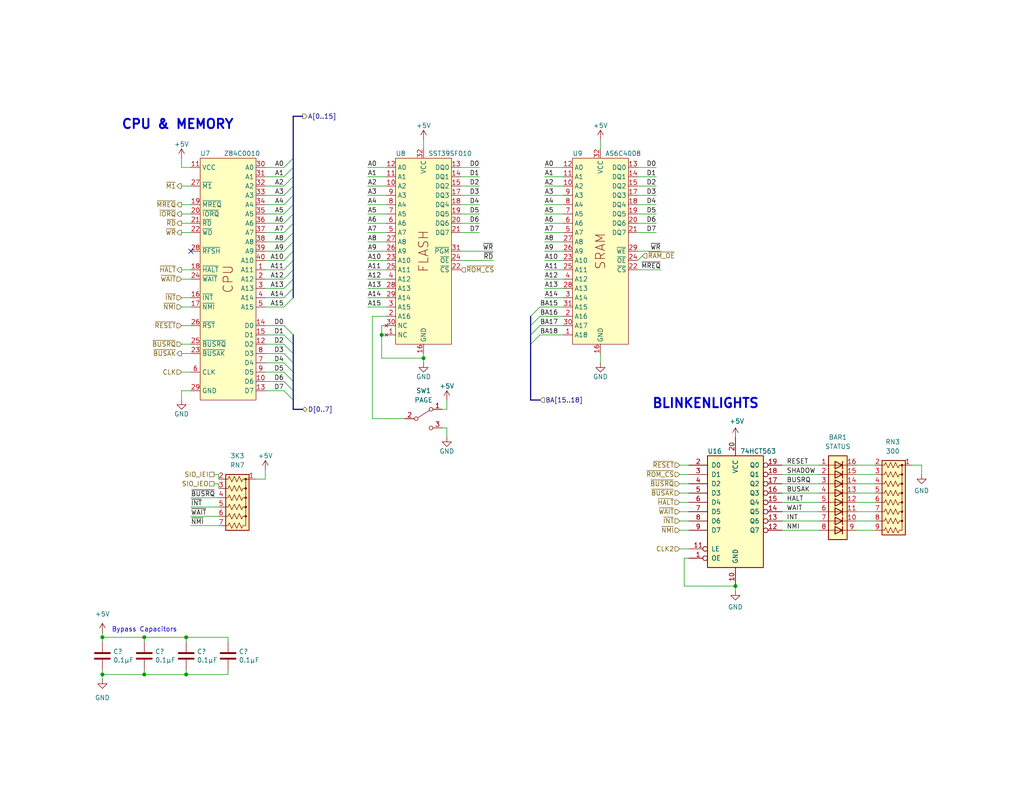
<source format=kicad_sch>
(kicad_sch (version 20230121) (generator eeschema)
  (paper "USLetter")
  (title_block (rev "1") (company "Frédéric Segard") (comment 1 "@microhobbyist") (comment 4 "A big thank you to John Winans for his inspiration, as well as Grant Searle"))
  (lib_symbols
    (symbol "+5V_1" (power) (pin_names (offset 0))
      (property "Value" "+5V_1" (at 0 3.556 0))
      (symbol "+5V_1_0_1"
        (polyline (pts (xy -0.762 1.27) (xy 0 2.54)))
        (polyline (pts (xy 0 0) (xy 0 2.54)))
        (polyline (pts (xy 0 2.54) (xy 0.762 1.27)))
      )
      (symbol "+5V_1_1_1"
        (pin power_in line (at 0 0 90) (length 0) hide (name "+5V") (number "1"))
      )
    )
    (symbol "0_Library:74HC563" (pin_names (offset 1.016))
      (property "Reference" "U" (at 1.27 19.05 0))
      (property "Value" "74HC563" (at 1.27 16.51 0))
      (symbol "74HC563_1_0"
        (pin input inverted (at -12.7 -12.7 0) (length 5.08) (name "OE") (number "1"))
        (pin power_in line (at 0 -20.32 90) (length 5.08) (name "GND") (number "10"))
        (pin input inverted (at -12.7 -10.16 0) (length 5.08) (name "LE") (number "11"))
        (pin tri_state inverted (at 12.7 -5.08 180) (length 5.08) (name "Q7") (number "12"))
        (pin tri_state inverted (at 12.7 -2.54 180) (length 5.08) (name "Q6") (number "13"))
        (pin tri_state inverted (at 12.7 0 180) (length 5.08) (name "Q5") (number "14"))
        (pin tri_state inverted (at 12.7 2.54 180) (length 5.08) (name "Q4") (number "15"))
        (pin tri_state inverted (at 12.7 5.08 180) (length 5.08) (name "Q3") (number "16"))
        (pin tri_state inverted (at 12.7 7.62 180) (length 5.08) (name "Q2") (number "17"))
        (pin tri_state inverted (at 12.7 10.16 180) (length 5.08) (name "Q1") (number "18"))
        (pin tri_state inverted (at 12.7 12.7 180) (length 5.08) (name "Q0") (number "19"))
        (pin input line (at -12.7 12.7 0) (length 5.08) (name "D0") (number "2"))
        (pin power_in line (at 0 20.32 270) (length 5.08) (name "VCC") (number "20"))
        (pin input line (at -12.7 10.16 0) (length 5.08) (name "D1") (number "3"))
        (pin input line (at -12.7 7.62 0) (length 5.08) (name "D2") (number "4"))
        (pin input line (at -12.7 5.08 0) (length 5.08) (name "D3") (number "5"))
        (pin input line (at -12.7 2.54 0) (length 5.08) (name "D4") (number "6"))
        (pin input line (at -12.7 0 0) (length 5.08) (name "D5") (number "7"))
        (pin input line (at -12.7 -2.54 0) (length 5.08) (name "D6") (number "8"))
        (pin input line (at -12.7 -5.08 0) (length 5.08) (name "D7") (number "9"))
      )
      (symbol "74HC563_1_1"
        (rectangle (start -7.62 15.24) (end 7.62 -15.24) (stroke (width 0.254)) (fill (type background)))
      )
    )
    (symbol "0_Library:AS6C4008"
      (property "Reference" "U" (at -7.62 0.635 0))
      (property "Value" "AS6C4008" (at 1.27 0.635 0))
      (symbol "AS6C4008_0_0"
        (text "SRAM" (at 0 -25.4 900) (effects (font (size 2.54 2.54))))
        (pin power_in line (at 0 -53.34 90) (length 2.54) (name "GND") (number "16"))
        (pin power_in line (at 0 2.54 270) (length 2.54) (name "VCC") (number "32"))
      )
      (symbol "AS6C4008_0_1"
        (rectangle (start -7.62 0) (end 7.62 -50.8) (fill (type background)))
      )
      (symbol "AS6C4008_1_1"
        (pin input line (at -10.16 -48.26 0) (length 2.54) (name "A18") (number "1"))
        (pin input line (at -10.16 -7.62 0) (length 2.54) (name "A2") (number "10"))
        (pin input line (at -10.16 -5.08 0) (length 2.54) (name "A1") (number "11"))
        (pin input line (at -10.16 -2.54 0) (length 2.54) (name "A0") (number "12"))
        (pin tri_state line (at 10.16 -2.54 180) (length 2.54) (name "DQ0") (number "13"))
        (pin tri_state line (at 10.16 -5.08 180) (length 2.54) (name "DQ1") (number "14"))
        (pin tri_state line (at 10.16 -7.62 180) (length 2.54) (name "DQ2") (number "15"))
        (pin tri_state line (at 10.16 -10.16 180) (length 2.54) (name "DQ3") (number "17"))
        (pin tri_state line (at 10.16 -12.7 180) (length 2.54) (name "DQ4") (number "18"))
        (pin tri_state line (at 10.16 -15.24 180) (length 2.54) (name "DQ5") (number "19"))
        (pin input line (at -10.16 -43.18 0) (length 2.54) (name "A16") (number "2"))
        (pin tri_state line (at 10.16 -17.78 180) (length 2.54) (name "DQ6") (number "20"))
        (pin tri_state line (at 10.16 -20.32 180) (length 2.54) (name "DQ7") (number "21"))
        (pin input line (at 10.16 -30.48 180) (length 2.54) (name "~{CS}") (number "22"))
        (pin input line (at -10.16 -27.94 0) (length 2.54) (name "A10") (number "23"))
        (pin input line (at 10.16 -27.94 180) (length 2.54) (name "~{OE}") (number "24"))
        (pin input line (at -10.16 -30.48 0) (length 2.54) (name "A11") (number "25"))
        (pin input line (at -10.16 -25.4 0) (length 2.54) (name "A9") (number "26"))
        (pin input line (at -10.16 -22.86 0) (length 2.54) (name "A8") (number "27"))
        (pin input line (at -10.16 -35.56 0) (length 2.54) (name "A13") (number "28"))
        (pin input line (at 10.16 -25.4 180) (length 2.54) (name "~{WE}") (number "29"))
        (pin input line (at -10.16 -38.1 0) (length 2.54) (name "A14") (number "3"))
        (pin input line (at -10.16 -45.72 0) (length 2.54) (name "A17") (number "30"))
        (pin input line (at -10.16 -40.64 0) (length 2.54) (name "A15") (number "31"))
        (pin input line (at -10.16 -33.02 0) (length 2.54) (name "A12") (number "4"))
        (pin input line (at -10.16 -20.32 0) (length 2.54) (name "A7") (number "5"))
        (pin input line (at -10.16 -17.78 0) (length 2.54) (name "A6") (number "6"))
        (pin input line (at -10.16 -15.24 0) (length 2.54) (name "A5") (number "7"))
        (pin input line (at -10.16 -12.7 0) (length 2.54) (name "A4") (number "8"))
        (pin input line (at -10.16 -10.16 0) (length 2.54) (name "A3") (number "9"))
      )
    )
    (symbol "0_Library:BAR_GRAPH_8" (pin_names (offset 1.016) hide)
      (property "Reference" "BAR" (at 0 15.24 0))
      (property "Value" "F2010BW" (at 0 -12.7 0))
      (symbol "BAR_GRAPH_8_0_1"
        (rectangle (start -2.54 12.7) (end 2.54 -10.16) (stroke (width 0.254)) (fill (type background)))
        (polyline (pts (xy -2.54 -7.62) (xy 2.54 -7.62)))
        (polyline (pts (xy -2.54 -5.08) (xy 2.54 -5.08)))
        (polyline (pts (xy -2.54 0) (xy 2.54 0)))
        (polyline (pts (xy -2.54 5.08) (xy 2.54 5.08)))
        (polyline (pts (xy -2.54 7.62) (xy 2.54 7.62)))
        (polyline (pts (xy -2.54 10.16) (xy 2.54 10.16)))
        (polyline (pts (xy 1.27 -6.604) (xy 1.27 -8.636)) (stroke (width 0.254)))
        (polyline (pts (xy 1.27 -4.064) (xy 1.27 -6.096)) (stroke (width 0.254)))
        (polyline (pts (xy 1.27 -1.524) (xy 1.27 -3.556)) (stroke (width 0.254)))
        (polyline (pts (xy 1.27 1.016) (xy 1.27 -1.016)) (stroke (width 0.254)))
        (polyline (pts (xy 1.27 3.556) (xy 1.27 1.524)) (stroke (width 0.254)))
        (polyline (pts (xy 1.27 6.096) (xy 1.27 4.064)) (stroke (width 0.254)))
        (polyline (pts (xy 1.27 8.636) (xy 1.27 6.604)) (stroke (width 0.254)))
        (polyline (pts (xy 1.27 11.176) (xy 1.27 9.144)) (stroke (width 0.254)))
        (polyline (pts (xy 2.54 -2.54) (xy -2.54 -2.54)))
        (polyline (pts (xy 2.54 2.54) (xy -2.54 2.54)))
        (polyline (pts (xy -0.762 -6.604) (xy -0.762 -8.636) (xy 1.27 -7.62) (xy -0.762 -6.604)) (stroke (width 0.254)))
        (polyline (pts (xy -0.762 -4.064) (xy -0.762 -6.096) (xy 1.27 -5.08) (xy -0.762 -4.064)) (stroke (width 0.254)))
        (polyline (pts (xy -0.762 -1.524) (xy -0.762 -3.556) (xy 1.27 -2.54) (xy -0.762 -1.524)) (stroke (width 0.254)))
        (polyline (pts (xy -0.762 1.016) (xy -0.762 -1.016) (xy 1.27 0) (xy -0.762 1.016)) (stroke (width 0.254)))
        (polyline (pts (xy -0.762 3.556) (xy -0.762 1.524) (xy 1.27 2.54) (xy -0.762 3.556)) (stroke (width 0.254)))
        (polyline (pts (xy -0.762 6.096) (xy -0.762 4.064) (xy 1.27 5.08) (xy -0.762 6.096)) (stroke (width 0.254)))
        (polyline (pts (xy -0.762 8.636) (xy -0.762 6.604) (xy 1.27 7.62) (xy -0.762 8.636)) (stroke (width 0.254)))
        (polyline (pts (xy -0.762 11.176) (xy -0.762 9.144) (xy 1.27 10.16) (xy -0.762 11.176)) (stroke (width 0.254)))
      )
      (symbol "BAR_GRAPH_8_1_1"
        (pin passive line (at -5.08 10.16 0) (length 2.54) (name "A") (number "1"))
        (pin passive line (at 5.08 -5.08 180) (length 2.54) (name "A") (number "10"))
        (pin passive line (at 5.08 -2.54 180) (length 2.54) (name "K") (number "11"))
        (pin passive line (at 5.08 0 180) (length 2.54) (name "K") (number "12"))
        (pin passive line (at 5.08 2.54 180) (length 2.54) (name "K") (number "13"))
        (pin passive line (at 5.08 5.08 180) (length 2.54) (name "K") (number "14"))
        (pin passive line (at 5.08 7.62 180) (length 2.54) (name "K") (number "15"))
        (pin passive line (at 5.08 10.16 180) (length 2.54) (name "K") (number "16"))
        (pin passive line (at -5.08 7.62 0) (length 2.54) (name "A") (number "2"))
        (pin passive line (at -5.08 5.08 0) (length 2.54) (name "A") (number "3"))
        (pin passive line (at -5.08 2.54 0) (length 2.54) (name "A") (number "4"))
        (pin passive line (at -5.08 0 0) (length 2.54) (name "A") (number "5"))
        (pin passive line (at -5.08 -2.54 0) (length 2.54) (name "A") (number "6"))
        (pin passive line (at -5.08 -5.08 0) (length 2.54) (name "A") (number "7"))
        (pin passive line (at -5.08 -7.62 0) (length 2.54) (name "A") (number "8"))
        (pin passive line (at 5.08 -7.62 180) (length 2.54) (name "A") (number "9"))
      )
    )
    (symbol "0_Library:SST39SF010"
      (property "Reference" "U" (at -7.62 0 0))
      (property "Value" "SST39SF010" (at 1.27 0 0))
      (symbol "SST39SF010_0_0"
        (text "FLASH" (at 0 -25.4 900) (effects (font (size 2.54 2.54))))
        (pin power_in line (at 0 -53.34 90) (length 2.54) (name "GND") (number "16"))
        (pin power_in line (at 0 2.54 270) (length 2.54) (name "VCC") (number "32"))
      )
      (symbol "SST39SF010_0_1"
        (rectangle (start -7.62 0) (end 7.62 -50.8) (fill (type background)))
      )
      (symbol "SST39SF010_1_1"
        (pin no_connect line (at -10.16 -48.26 0) (length 2.54) (name "NC") (number "1"))
        (pin input line (at -10.16 -7.62 0) (length 2.54) (name "A2") (number "10"))
        (pin input line (at -10.16 -5.08 0) (length 2.54) (name "A1") (number "11"))
        (pin input line (at -10.16 -2.54 0) (length 2.54) (name "A0") (number "12"))
        (pin tri_state line (at 10.16 -2.54 180) (length 2.54) (name "DQ0") (number "13"))
        (pin tri_state line (at 10.16 -5.08 180) (length 2.54) (name "DQ1") (number "14"))
        (pin tri_state line (at 10.16 -7.62 180) (length 2.54) (name "DQ2") (number "15"))
        (pin tri_state line (at 10.16 -10.16 180) (length 2.54) (name "DQ3") (number "17"))
        (pin tri_state line (at 10.16 -12.7 180) (length 2.54) (name "DQ4") (number "18"))
        (pin tri_state line (at 10.16 -15.24 180) (length 2.54) (name "DQ5") (number "19"))
        (pin input line (at -10.16 -43.18 0) (length 2.54) (name "A16") (number "2"))
        (pin tri_state line (at 10.16 -17.78 180) (length 2.54) (name "DQ6") (number "20"))
        (pin tri_state line (at 10.16 -20.32 180) (length 2.54) (name "DQ7") (number "21"))
        (pin input line (at 10.16 -30.48 180) (length 2.54) (name "~{CS}") (number "22"))
        (pin input line (at -10.16 -27.94 0) (length 2.54) (name "A10") (number "23"))
        (pin input line (at 10.16 -27.94 180) (length 2.54) (name "~{OE}") (number "24"))
        (pin input line (at -10.16 -30.48 0) (length 2.54) (name "A11") (number "25"))
        (pin input line (at -10.16 -25.4 0) (length 2.54) (name "A9") (number "26"))
        (pin input line (at -10.16 -22.86 0) (length 2.54) (name "A8") (number "27"))
        (pin input line (at -10.16 -35.56 0) (length 2.54) (name "A13") (number "28"))
        (pin input line (at -10.16 -38.1 0) (length 2.54) (name "A14") (number "29"))
        (pin input line (at -10.16 -40.64 0) (length 2.54) (name "A15") (number "3"))
        (pin no_connect line (at -10.16 -45.72 0) (length 2.54) (name "NC") (number "30"))
        (pin input line (at 10.16 -25.4 180) (length 2.54) (name "~{PGM}") (number "31"))
        (pin input line (at -10.16 -33.02 0) (length 2.54) (name "A12") (number "4"))
        (pin input line (at -10.16 -20.32 0) (length 2.54) (name "A7") (number "5"))
        (pin input line (at -10.16 -17.78 0) (length 2.54) (name "A6") (number "6"))
        (pin input line (at -10.16 -15.24 0) (length 2.54) (name "A5") (number "7"))
        (pin input line (at -10.16 -12.7 0) (length 2.54) (name "A4") (number "8"))
        (pin input line (at -10.16 -10.16 0) (length 2.54) (name "A3") (number "9"))
      )
    )
    (symbol "0_Library:Z84C00xx CPU"
      (property "Reference" "U" (at -7.62 1.27 0))
      (property "Value" "Z84C00xx CPU" (at 1.27 1.27 0))
      (symbol "Z84C00xx CPU_0_0"
        (text "CPU" (at 0 -33.02 900) (effects (font (size 2.54 2.54))))
      )
      (symbol "Z84C00xx CPU_0_1"
        (rectangle (start -7.62 0) (end 7.62 -66.04) (stroke (width 0.1524)) (fill (type background)))
      )
      (symbol "Z84C00xx CPU_1_1"
        (pin output line (at 10.16 -30.48 180) (length 2.54) (name "A11") (number "1"))
        (pin bidirectional line (at 10.16 -60.96 180) (length 2.54) (name "D6") (number "10"))
        (pin power_in line (at -10.16 -2.54 0) (length 2.54) (name "VCC") (number "11"))
        (pin bidirectional line (at 10.16 -50.8 180) (length 2.54) (name "D2") (number "12"))
        (pin bidirectional line (at 10.16 -63.5 180) (length 2.54) (name "D7") (number "13"))
        (pin bidirectional line (at 10.16 -45.72 180) (length 2.54) (name "D0") (number "14"))
        (pin bidirectional line (at 10.16 -48.26 180) (length 2.54) (name "D1") (number "15"))
        (pin input line (at -10.16 -38.1 0) (length 2.54) (name "~{INT}") (number "16"))
        (pin input line (at -10.16 -40.64 0) (length 2.54) (name "~{NMI}") (number "17"))
        (pin output line (at -10.16 -30.48 0) (length 2.54) (name "~{HALT}") (number "18"))
        (pin output line (at -10.16 -12.7 0) (length 2.54) (name "~{MREQ}") (number "19"))
        (pin output line (at 10.16 -33.02 180) (length 2.54) (name "A12") (number "2"))
        (pin output line (at -10.16 -15.24 0) (length 2.54) (name "~{IORQ}") (number "20"))
        (pin output line (at -10.16 -17.78 0) (length 2.54) (name "~{RD}") (number "21"))
        (pin output line (at -10.16 -20.32 0) (length 2.54) (name "~{WD}") (number "22"))
        (pin output line (at -10.16 -53.34 0) (length 2.54) (name "~{BUSAK}") (number "23"))
        (pin input line (at -10.16 -33.02 0) (length 2.54) (name "~{WAIT}") (number "24"))
        (pin input line (at -10.16 -50.8 0) (length 2.54) (name "~{BUSRQ}") (number "25"))
        (pin input line (at -10.16 -45.72 0) (length 2.54) (name "~{RST}") (number "26"))
        (pin output line (at -10.16 -7.62 0) (length 2.54) (name "~{M1}") (number "27"))
        (pin output line (at -10.16 -25.4 0) (length 2.54) (name "~{RFSH}") (number "28"))
        (pin power_in line (at -10.16 -63.5 0) (length 2.54) (name "GND") (number "29"))
        (pin output line (at 10.16 -35.56 180) (length 2.54) (name "A13") (number "3"))
        (pin output line (at 10.16 -2.54 180) (length 2.54) (name "A0") (number "30"))
        (pin output line (at 10.16 -5.08 180) (length 2.54) (name "A1") (number "31"))
        (pin output line (at 10.16 -7.62 180) (length 2.54) (name "A2") (number "32"))
        (pin output line (at 10.16 -10.16 180) (length 2.54) (name "A3") (number "33"))
        (pin output line (at 10.16 -12.7 180) (length 2.54) (name "A4") (number "34"))
        (pin output line (at 10.16 -15.24 180) (length 2.54) (name "A5") (number "35"))
        (pin output line (at 10.16 -17.78 180) (length 2.54) (name "A6") (number "36"))
        (pin output line (at 10.16 -20.32 180) (length 2.54) (name "A7") (number "37"))
        (pin output line (at 10.16 -22.86 180) (length 2.54) (name "A8") (number "38"))
        (pin output line (at 10.16 -25.4 180) (length 2.54) (name "A9") (number "39"))
        (pin output line (at 10.16 -38.1 180) (length 2.54) (name "A14") (number "4"))
        (pin output line (at 10.16 -27.94 180) (length 2.54) (name "A10") (number "40"))
        (pin output line (at 10.16 -40.64 180) (length 2.54) (name "A15") (number "5"))
        (pin input line (at -10.16 -58.42 0) (length 2.54) (name "CLK") (number "6"))
        (pin bidirectional line (at 10.16 -55.88 180) (length 2.54) (name "D4") (number "7"))
        (pin bidirectional line (at 10.16 -53.34 180) (length 2.54) (name "D3") (number "8"))
        (pin bidirectional line (at 10.16 -58.42 180) (length 2.54) (name "D5") (number "9"))
      )
    )
    (symbol "Device:C" (pin_numbers hide) (pin_names (offset 0.254))
      (property "Reference" "C" (at 0.635 2.54 0))
      (property "Value" "C" (at 0.635 -2.54 0))
      (symbol "C_0_1"
        (polyline (pts (xy -2.032 -0.762) (xy 2.032 -0.762)) (stroke (width 0.508)))
        (polyline (pts (xy -2.032 0.762) (xy 2.032 0.762)) (stroke (width 0.508)))
      )
      (symbol "C_1_1"
        (pin passive line (at 0 3.81 270) (length 2.794) (name "~") (number "1"))
        (pin passive line (at 0 -3.81 90) (length 2.794) (name "~") (number "2"))
      )
    )
    (symbol "Device:R_Network06_US" (pin_names (offset 0) hide)
      (property "Reference" "RN" (at -10.16 0 90))
      (property "Value" "R_Network06_US" (at 7.62 0 90))
      (symbol "R_Network06_US_0_1"
        (rectangle (start -8.89 -3.175) (end 6.35 3.175) (stroke (width 0.254)) (fill (type background)))
        (circle (center -7.62 2.286) (radius 0.254) (fill (type outline)))
        (circle (center -5.08 2.286) (radius 0.254) (fill (type outline)))
        (circle (center -2.54 2.286) (radius 0.254) (fill (type outline)))
        (polyline (pts (xy -7.62 2.286) (xy 5.08 2.286)))
        (polyline (pts (xy -7.62 2.286) (xy -7.62 1.524) (xy -6.858 1.1684) (xy -8.382 0.508) (xy -6.858 -0.1524) (xy -8.382 -0.8382) (xy -6.858 -1.524) (xy -8.382 -2.1844) (xy -7.62 -2.54) (xy -7.62 -3.81)))
        (polyline (pts (xy -5.08 2.286) (xy -5.08 1.524) (xy -4.318 1.1684) (xy -5.842 0.508) (xy -4.318 -0.1524) (xy -5.842 -0.8382) (xy -4.318 -1.524) (xy -5.842 -2.1844) (xy -5.08 -2.54) (xy -5.08 -3.81)))
        (polyline (pts (xy -2.54 2.286) (xy -2.54 1.524) (xy -1.778 1.1684) (xy -3.302 0.508) (xy -1.778 -0.1524) (xy -3.302 -0.8382) (xy -1.778 -1.524) (xy -3.302 -2.1844) (xy -2.54 -2.54) (xy -2.54 -3.81)))
        (polyline (pts (xy 0 2.286) (xy 0 1.524) (xy 0.762 1.1684) (xy -0.762 0.508) (xy 0.762 -0.1524) (xy -0.762 -0.8382) (xy 0.762 -1.524) (xy -0.762 -2.1844) (xy 0 -2.54) (xy 0 -3.81)))
        (polyline (pts (xy 2.54 2.286) (xy 2.54 1.524) (xy 3.302 1.1684) (xy 1.778 0.508) (xy 3.302 -0.1524) (xy 1.778 -0.8382) (xy 3.302 -1.524) (xy 1.778 -2.1844) (xy 2.54 -2.54) (xy 2.54 -3.81)))
        (polyline (pts (xy 5.08 2.286) (xy 5.08 1.524) (xy 5.842 1.1684) (xy 4.318 0.508) (xy 5.842 -0.1524) (xy 4.318 -0.8382) (xy 5.842 -1.524) (xy 4.318 -2.1844) (xy 5.08 -2.54) (xy 5.08 -3.81)))
        (circle (center 0 2.286) (radius 0.254) (fill (type outline)))
        (circle (center 2.54 2.286) (radius 0.254) (fill (type outline)))
      )
      (symbol "R_Network06_US_1_1"
        (pin passive line (at -7.62 5.08 270) (length 2.54) (name "common") (number "1"))
        (pin passive line (at -7.62 -5.08 90) (length 1.27) (name "R1") (number "2"))
        (pin passive line (at -5.08 -5.08 90) (length 1.27) (name "R2") (number "3"))
        (pin passive line (at -2.54 -5.08 90) (length 1.27) (name "R3") (number "4"))
        (pin passive line (at 0 -5.08 90) (length 1.27) (name "R4") (number "5"))
        (pin passive line (at 2.54 -5.08 90) (length 1.27) (name "R5") (number "6"))
        (pin passive line (at 5.08 -5.08 90) (length 1.27) (name "R6") (number "7"))
      )
    )
    (symbol "Device:R_Network08_US" (pin_names (offset 0) hide)
      (property "Reference" "RN" (at -12.7 0 90))
      (property "Value" "R_Network08_US" (at 10.16 0 90))
      (symbol "R_Network08_US_0_1"
        (rectangle (start -11.43 -3.175) (end 8.89 3.175) (stroke (width 0.254)) (fill (type background)))
        (circle (center -10.16 2.286) (radius 0.254) (fill (type outline)))
        (circle (center -7.62 2.286) (radius 0.254) (fill (type outline)))
        (circle (center -5.08 2.286) (radius 0.254) (fill (type outline)))
        (circle (center -2.54 2.286) (radius 0.254) (fill (type outline)))
        (polyline (pts (xy -10.16 2.286) (xy 7.62 2.286)))
        (polyline (pts (xy -10.16 2.286) (xy -10.16 1.524) (xy -9.398 1.1684) (xy -10.922 0.508) (xy -9.398 -0.1524) (xy -10.922 -0.8382) (xy -9.398 -1.524) (xy -10.922 -2.1844) (xy -10.16 -2.54) (xy -10.16 -3.81)))
        (polyline (pts (xy -7.62 2.286) (xy -7.62 1.524) (xy -6.858 1.1684) (xy -8.382 0.508) (xy -6.858 -0.1524) (xy -8.382 -0.8382) (xy -6.858 -1.524) (xy -8.382 -2.1844) (xy -7.62 -2.54) (xy -7.62 -3.81)))
        (polyline (pts (xy -5.08 2.286) (xy -5.08 1.524) (xy -4.318 1.1684) (xy -5.842 0.508) (xy -4.318 -0.1524) (xy -5.842 -0.8382) (xy -4.318 -1.524) (xy -5.842 -2.1844) (xy -5.08 -2.54) (xy -5.08 -3.81)))
        (polyline (pts (xy -2.54 2.286) (xy -2.54 1.524) (xy -1.778 1.1684) (xy -3.302 0.508) (xy -1.778 -0.1524) (xy -3.302 -0.8382) (xy -1.778 -1.524) (xy -3.302 -2.1844) (xy -2.54 -2.54) (xy -2.54 -3.81)))
        (polyline (pts (xy 0 2.286) (xy 0 1.524) (xy 0.762 1.1684) (xy -0.762 0.508) (xy 0.762 -0.1524) (xy -0.762 -0.8382) (xy 0.762 -1.524) (xy -0.762 -2.1844) (xy 0 -2.54) (xy 0 -3.81)))
        (polyline (pts (xy 2.54 2.286) (xy 2.54 1.524) (xy 3.302 1.1684) (xy 1.778 0.508) (xy 3.302 -0.1524) (xy 1.778 -0.8382) (xy 3.302 -1.524) (xy 1.778 -2.1844) (xy 2.54 -2.54) (xy 2.54 -3.81)))
        (polyline (pts (xy 5.08 2.286) (xy 5.08 1.524) (xy 5.842 1.1684) (xy 4.318 0.508) (xy 5.842 -0.1524) (xy 4.318 -0.8382) (xy 5.842 -1.524) (xy 4.318 -2.1844) (xy 5.08 -2.54) (xy 5.08 -3.81)))
        (polyline (pts (xy 7.62 2.286) (xy 7.62 1.524) (xy 8.382 1.1684) (xy 6.858 0.508) (xy 8.382 -0.1524) (xy 6.858 -0.8382) (xy 8.382 -1.524) (xy 6.858 -2.1844) (xy 7.62 -2.54) (xy 7.62 -3.81)))
        (circle (center 0 2.286) (radius 0.254) (fill (type outline)))
        (circle (center 2.54 2.286) (radius 0.254) (fill (type outline)))
        (circle (center 5.08 2.286) (radius 0.254) (fill (type outline)))
      )
      (symbol "R_Network08_US_1_1"
        (pin passive line (at -10.16 5.08 270) (length 2.54) (name "common") (number "1"))
        (pin passive line (at -10.16 -5.08 90) (length 1.27) (name "R1") (number "2"))
        (pin passive line (at -7.62 -5.08 90) (length 1.27) (name "R2") (number "3"))
        (pin passive line (at -5.08 -5.08 90) (length 1.27) (name "R3") (number "4"))
        (pin passive line (at -2.54 -5.08 90) (length 1.27) (name "R4") (number "5"))
        (pin passive line (at 0 -5.08 90) (length 1.27) (name "R5") (number "6"))
        (pin passive line (at 2.54 -5.08 90) (length 1.27) (name "R6") (number "7"))
        (pin passive line (at 5.08 -5.08 90) (length 1.27) (name "R7") (number "8"))
        (pin passive line (at 7.62 -5.08 90) (length 1.27) (name "R8") (number "9"))
      )
    )
    (symbol "GND_1" (power) (pin_names (offset 0))
      (property "Value" "GND_1" (at 0 -3.81 0))
      (symbol "GND_1_0_1"
        (polyline (pts (xy 0 0) (xy 0 -1.27) (xy 1.27 -1.27) (xy 0 -2.54) (xy -1.27 -1.27) (xy 0 -1.27)))
      )
      (symbol "GND_1_1_1"
        (pin power_in line (at 0 0 270) (length 0) hide (name "GND") (number "1"))
      )
    )
    (symbol "Switch:SW_SPDT" (pin_names (offset 0) hide)
      (property "Reference" "SW" (at 0 4.318 0))
      (property "Value" "SW_SPDT" (at 0 -5.08 0))
      (symbol "SW_SPDT_0_0"
        (circle (center -2.032 0) (radius 0.508))
        (circle (center 2.032 -2.54) (radius 0.508))
      )
      (symbol "SW_SPDT_0_1"
        (polyline (pts (xy -1.524 0.254) (xy 1.651 2.286)))
        (circle (center 2.032 2.54) (radius 0.508))
      )
      (symbol "SW_SPDT_1_1"
        (pin passive line (at 5.08 2.54 180) (length 2.54) (name "A") (number "1"))
        (pin passive line (at -5.08 0 0) (length 2.54) (name "B") (number "2"))
        (pin passive line (at 5.08 -2.54 180) (length 2.54) (name "C") (number "3"))
      )
    )
    (symbol "power:+5V" (power) (pin_names (offset 0))
      (property "Value" "+5V" (at 0 3.556 0))
      (symbol "+5V_0_1"
        (polyline (pts (xy -0.762 1.27) (xy 0 2.54)))
        (polyline (pts (xy 0 0) (xy 0 2.54)))
        (polyline (pts (xy 0 2.54) (xy 0.762 1.27)))
      )
      (symbol "+5V_1_1"
        (pin power_in line (at 0 0 90) (length 0) hide (name "+5V") (number "1"))
      )
    )
    (symbol "power:GND" (power) (pin_names (offset 0))
      (property "Value" "GND" (at 0 -3.81 0))
      (symbol "GND_0_1"
        (polyline (pts (xy 0 0) (xy 0 -1.27) (xy 1.27 -1.27) (xy 0 -2.54) (xy -1.27 -1.27) (xy 0 -1.27)))
      )
      (symbol "GND_1_1"
        (pin power_in line (at 0 0 270) (length 0) hide (name "GND") (number "1"))
      )
    )
  )
  (junction (at 27.94 173.99))
  (junction (at 104.14 91.44))
  (junction (at 50.8 184.15))
  (junction (at 27.94 184.15))
  (junction (at 200.66 160.02))
  (junction (at 39.37 173.99))
  (junction (at 39.37 184.15))
  (junction (at 115.57 97.79))
  (junction (at 50.8 173.99))
  (no_connect (at 52.07 68.58))
  (bus_entry (at 77.47 58.42) (size 2.54 -2.54))
  (bus_entry (at 77.47 53.34) (size 2.54 -2.54))
  (bus_entry (at 77.47 83.82) (size 2.54 -2.54))
  (bus_entry (at 77.47 66.04) (size 2.54 -2.54))
  (bus_entry (at 77.47 81.28) (size 2.54 -2.54))
  (bus_entry (at 144.78 86.36) (size 2.54 -2.54))
  (bus_entry (at 80.01 96.52) (size -2.54 -2.54))
  (bus_entry (at 77.47 76.2) (size 2.54 -2.54))
  (bus_entry (at 80.01 101.6) (size -2.54 -2.54))
  (bus_entry (at 144.78 88.9) (size 2.54 -2.54))
  (bus_entry (at 77.47 60.96) (size 2.54 -2.54))
  (bus_entry (at 80.01 99.06) (size -2.54 -2.54))
  (bus_entry (at 80.01 93.98) (size -2.54 -2.54))
  (bus_entry (at 144.78 93.98) (size 2.54 -2.54))
  (bus_entry (at 77.47 48.26) (size 2.54 -2.54))
  (bus_entry (at 77.47 68.58) (size 2.54 -2.54))
  (bus_entry (at 77.47 45.72) (size 2.54 -2.54))
  (bus_entry (at 80.01 106.68) (size -2.54 -2.54))
  (bus_entry (at 144.78 91.44) (size 2.54 -2.54))
  (bus_entry (at 77.47 63.5) (size 2.54 -2.54))
  (bus_entry (at 77.47 50.8) (size 2.54 -2.54))
  (bus_entry (at 77.47 73.66) (size 2.54 -2.54))
  (bus_entry (at 77.47 78.74) (size 2.54 -2.54))
  (bus_entry (at 80.01 109.22) (size -2.54 -2.54))
  (bus_entry (at 80.01 91.44) (size -2.54 -2.54))
  (bus_entry (at 77.47 55.88) (size 2.54 -2.54))
  (bus_entry (at 77.47 71.12) (size 2.54 -2.54))
  (bus_entry (at 80.01 104.14) (size -2.54 -2.54))
  (wire (pts (xy 72.39 53.34) (xy 77.47 53.34)))
  (wire (pts (xy 72.39 66.04) (xy 77.47 66.04)))
  (wire (pts (xy 72.39 73.66) (xy 77.47 73.66)))
  (wire (pts (xy 39.37 184.15) (xy 50.8 184.15)))
  (wire (pts (xy 125.73 50.8) (xy 130.81 50.8)))
  (wire (pts (xy 72.39 50.8) (xy 77.47 50.8)))
  (wire (pts (xy 49.53 93.98) (xy 52.07 93.98)))
  (wire (pts (xy 59.69 129.54) (xy 59.69 130.81)))
  (wire (pts (xy 59.69 132.08) (xy 59.69 133.35)))
  (wire (pts (xy 185.42 129.54) (xy 187.96 129.54)))
  (wire (pts (xy 72.39 58.42) (xy 77.47 58.42)))
  (wire (pts (xy 173.99 50.8) (xy 179.07 50.8)))
  (wire (pts (xy 233.68 129.54) (xy 238.76 129.54)))
  (bus (pts (xy 80.01 99.06) (xy 80.01 101.6)))
  (bus (pts (xy 144.78 93.98) (xy 144.78 109.22)))
  (wire (pts (xy 173.99 55.88) (xy 179.07 55.88)))
  (wire (pts (xy 213.36 139.7) (xy 223.52 139.7)))
  (bus (pts (xy 80.01 91.44) (xy 80.01 93.98)))
  (wire (pts (xy 186.69 152.4) (xy 186.69 160.02)))
  (wire (pts (xy 105.41 78.74) (xy 100.33 78.74)))
  (wire (pts (xy 72.39 81.28) (xy 77.47 81.28)))
  (bus (pts (xy 80.01 68.58) (xy 80.01 66.04)))
  (wire (pts (xy 115.57 97.79) (xy 115.57 99.06)))
  (wire (pts (xy 173.99 63.5) (xy 179.07 63.5)))
  (wire (pts (xy 173.99 68.58) (xy 180.34 68.58)))
  (bus (pts (xy 144.78 86.36) (xy 144.78 88.9)))
  (wire (pts (xy 49.53 60.96) (xy 52.07 60.96)))
  (wire (pts (xy 49.53 43.18) (xy 49.53 45.72)))
  (wire (pts (xy 105.41 73.66) (xy 100.33 73.66)))
  (wire (pts (xy 147.32 91.44) (xy 153.67 91.44)))
  (wire (pts (xy 58.42 132.08) (xy 59.69 132.08)))
  (wire (pts (xy 49.53 58.42) (xy 52.07 58.42)))
  (wire (pts (xy 173.99 73.66) (xy 180.34 73.66)))
  (wire (pts (xy 147.32 88.9) (xy 153.67 88.9)))
  (wire (pts (xy 153.67 60.96) (xy 148.59 60.96)))
  (wire (pts (xy 147.32 86.36) (xy 153.67 86.36)))
  (wire (pts (xy 105.41 48.26) (xy 100.33 48.26)))
  (wire (pts (xy 105.41 86.36) (xy 101.6 86.36)))
  (wire (pts (xy 125.73 53.34) (xy 130.81 53.34)))
  (wire (pts (xy 27.94 173.99) (xy 27.94 175.26)))
  (wire (pts (xy 153.67 66.04) (xy 148.59 66.04)))
  (wire (pts (xy 62.23 182.88) (xy 62.23 184.15)))
  (wire (pts (xy 52.07 106.68) (xy 49.53 106.68)))
  (wire (pts (xy 59.69 135.89) (xy 52.07 135.89)))
  (bus (pts (xy 80.01 43.18) (xy 80.01 31.75)))
  (wire (pts (xy 104.14 97.79) (xy 115.57 97.79)))
  (wire (pts (xy 173.99 58.42) (xy 179.07 58.42)))
  (wire (pts (xy 49.53 50.8) (xy 52.07 50.8)))
  (wire (pts (xy 105.41 60.96) (xy 100.33 60.96)))
  (wire (pts (xy 39.37 175.26) (xy 39.37 173.99)))
  (bus (pts (xy 80.01 96.52) (xy 80.01 99.06)))
  (wire (pts (xy 173.99 45.72) (xy 179.07 45.72)))
  (wire (pts (xy 185.42 144.78) (xy 187.96 144.78)))
  (wire (pts (xy 115.57 38.1) (xy 115.57 40.64)))
  (wire (pts (xy 104.14 91.44) (xy 104.14 97.79)))
  (bus (pts (xy 80.01 76.2) (xy 80.01 73.66)))
  (bus (pts (xy 80.01 81.28) (xy 80.01 78.74)))
  (wire (pts (xy 39.37 182.88) (xy 39.37 184.15)))
  (wire (pts (xy 153.67 50.8) (xy 148.59 50.8)))
  (bus (pts (xy 80.01 111.76) (xy 82.55 111.76)))
  (wire (pts (xy 115.57 96.52) (xy 115.57 97.79)))
  (bus (pts (xy 80.01 60.96) (xy 80.01 58.42)))
  (wire (pts (xy 58.42 129.54) (xy 59.69 129.54)))
  (wire (pts (xy 153.67 48.26) (xy 148.59 48.26)))
  (wire (pts (xy 163.83 38.1) (xy 163.83 40.64)))
  (wire (pts (xy 185.42 142.24) (xy 187.96 142.24)))
  (wire (pts (xy 72.39 128.27) (xy 72.39 130.81)))
  (bus (pts (xy 80.01 50.8) (xy 80.01 48.26)))
  (wire (pts (xy 52.07 45.72) (xy 49.53 45.72)))
  (wire (pts (xy 62.23 173.99) (xy 50.8 173.99)))
  (wire (pts (xy 233.68 144.78) (xy 238.76 144.78)))
  (wire (pts (xy 185.42 149.86) (xy 187.96 149.86)))
  (bus (pts (xy 144.78 88.9) (xy 144.78 91.44)))
  (bus (pts (xy 80.01 101.6) (xy 80.01 104.14)))
  (bus (pts (xy 80.01 109.22) (xy 80.01 111.76)))
  (wire (pts (xy 72.39 101.6) (xy 77.47 101.6)))
  (wire (pts (xy 173.99 60.96) (xy 179.07 60.96)))
  (wire (pts (xy 101.6 86.36) (xy 101.6 114.3)))
  (wire (pts (xy 72.39 55.88) (xy 77.47 55.88)))
  (wire (pts (xy 105.41 55.88) (xy 100.33 55.88)))
  (wire (pts (xy 173.99 71.12) (xy 175.26 69.85)))
  (wire (pts (xy 72.39 93.98) (xy 77.47 93.98)))
  (bus (pts (xy 80.01 48.26) (xy 80.01 45.72)))
  (wire (pts (xy 121.92 109.22) (xy 121.92 111.76)))
  (wire (pts (xy 105.41 71.12) (xy 100.33 71.12)))
  (wire (pts (xy 163.83 96.52) (xy 163.83 99.06)))
  (wire (pts (xy 121.92 116.84) (xy 120.65 116.84)))
  (wire (pts (xy 185.42 134.62) (xy 187.96 134.62)))
  (wire (pts (xy 105.41 88.9) (xy 104.14 88.9)))
  (wire (pts (xy 50.8 184.15) (xy 62.23 184.15)))
  (wire (pts (xy 173.99 48.26) (xy 179.07 48.26)))
  (wire (pts (xy 200.66 160.02) (xy 186.69 160.02)))
  (wire (pts (xy 153.67 71.12) (xy 148.59 71.12)))
  (wire (pts (xy 213.36 129.54) (xy 223.52 129.54)))
  (wire (pts (xy 105.41 45.72) (xy 100.33 45.72)))
  (wire (pts (xy 101.6 114.3) (xy 110.49 114.3)))
  (wire (pts (xy 72.39 63.5) (xy 77.47 63.5)))
  (wire (pts (xy 49.53 101.6) (xy 52.07 101.6)))
  (wire (pts (xy 72.39 60.96) (xy 77.47 60.96)))
  (wire (pts (xy 72.39 68.58) (xy 77.47 68.58)))
  (wire (pts (xy 125.73 60.96) (xy 130.81 60.96)))
  (wire (pts (xy 59.69 138.43) (xy 52.07 138.43)))
  (wire (pts (xy 153.67 68.58) (xy 148.59 68.58)))
  (wire (pts (xy 185.42 127) (xy 187.96 127)))
  (wire (pts (xy 49.53 96.52) (xy 52.07 96.52)))
  (wire (pts (xy 49.53 88.9) (xy 52.07 88.9)))
  (wire (pts (xy 125.73 48.26) (xy 130.81 48.26)))
  (wire (pts (xy 59.69 140.97) (xy 52.07 140.97)))
  (wire (pts (xy 120.65 111.76) (xy 121.92 111.76)))
  (wire (pts (xy 27.94 172.72) (xy 27.94 173.99)))
  (wire (pts (xy 248.92 127) (xy 251.46 127)))
  (bus (pts (xy 80.01 31.75) (xy 82.55 31.75)))
  (wire (pts (xy 153.67 45.72) (xy 148.59 45.72)))
  (wire (pts (xy 105.41 76.2) (xy 100.33 76.2)))
  (wire (pts (xy 105.41 63.5) (xy 100.33 63.5)))
  (wire (pts (xy 27.94 182.88) (xy 27.94 184.15)))
  (bus (pts (xy 80.01 71.12) (xy 80.01 68.58)))
  (wire (pts (xy 153.67 78.74) (xy 148.59 78.74)))
  (wire (pts (xy 104.14 88.9) (xy 104.14 91.44)))
  (wire (pts (xy 125.73 63.5) (xy 130.81 63.5)))
  (wire (pts (xy 72.39 130.81) (xy 69.85 130.81)))
  (wire (pts (xy 185.42 139.7) (xy 187.96 139.7)))
  (wire (pts (xy 233.68 132.08) (xy 238.76 132.08)))
  (wire (pts (xy 233.68 127) (xy 238.76 127)))
  (wire (pts (xy 72.39 76.2) (xy 77.47 76.2)))
  (wire (pts (xy 59.69 143.51) (xy 52.07 143.51)))
  (wire (pts (xy 62.23 175.26) (xy 62.23 173.99)))
  (wire (pts (xy 213.36 144.78) (xy 223.52 144.78)))
  (wire (pts (xy 72.39 48.26) (xy 77.47 48.26)))
  (wire (pts (xy 72.39 91.44) (xy 77.47 91.44)))
  (wire (pts (xy 39.37 173.99) (xy 27.94 173.99)))
  (wire (pts (xy 153.67 53.34) (xy 148.59 53.34)))
  (wire (pts (xy 185.42 137.16) (xy 187.96 137.16)))
  (wire (pts (xy 185.42 132.08) (xy 187.96 132.08)))
  (wire (pts (xy 72.39 83.82) (xy 77.47 83.82)))
  (bus (pts (xy 80.01 73.66) (xy 80.01 71.12)))
  (wire (pts (xy 105.41 83.82) (xy 100.33 83.82)))
  (bus (pts (xy 144.78 109.22) (xy 147.32 109.22)))
  (wire (pts (xy 233.68 139.7) (xy 238.76 139.7)))
  (wire (pts (xy 72.39 96.52) (xy 77.47 96.52)))
  (wire (pts (xy 153.67 58.42) (xy 148.59 58.42)))
  (wire (pts (xy 105.41 81.28) (xy 100.33 81.28)))
  (wire (pts (xy 105.41 66.04) (xy 100.33 66.04)))
  (wire (pts (xy 49.53 81.28) (xy 52.07 81.28)))
  (wire (pts (xy 233.68 137.16) (xy 238.76 137.16)))
  (wire (pts (xy 72.39 78.74) (xy 77.47 78.74)))
  (wire (pts (xy 49.53 55.88) (xy 52.07 55.88)))
  (bus (pts (xy 80.01 45.72) (xy 80.01 43.18)))
  (wire (pts (xy 49.53 76.2) (xy 52.07 76.2)))
  (wire (pts (xy 147.32 83.82) (xy 153.67 83.82)))
  (wire (pts (xy 49.53 63.5) (xy 52.07 63.5)))
  (wire (pts (xy 173.99 53.34) (xy 179.07 53.34)))
  (wire (pts (xy 251.46 127) (xy 251.46 129.54)))
  (wire (pts (xy 153.67 63.5) (xy 148.59 63.5)))
  (wire (pts (xy 213.36 132.08) (xy 223.52 132.08)))
  (wire (pts (xy 213.36 142.24) (xy 223.52 142.24)))
  (wire (pts (xy 153.67 55.88) (xy 148.59 55.88)))
  (bus (pts (xy 144.78 91.44) (xy 144.78 93.98)))
  (wire (pts (xy 125.73 55.88) (xy 130.81 55.88)))
  (bus (pts (xy 80.01 55.88) (xy 80.01 53.34)))
  (wire (pts (xy 72.39 88.9) (xy 77.47 88.9)))
  (wire (pts (xy 213.36 127) (xy 223.52 127)))
  (wire (pts (xy 49.53 106.68) (xy 49.53 109.22)))
  (wire (pts (xy 72.39 99.06) (xy 77.47 99.06)))
  (wire (pts (xy 153.67 73.66) (xy 148.59 73.66)))
  (bus (pts (xy 80.01 63.5) (xy 80.01 60.96)))
  (wire (pts (xy 121.92 119.38) (xy 121.92 116.84)))
  (wire (pts (xy 153.67 76.2) (xy 148.59 76.2)))
  (bus (pts (xy 80.01 104.14) (xy 80.01 106.68)))
  (wire (pts (xy 134.62 71.12) (xy 125.73 71.12)))
  (wire (pts (xy 186.69 152.4) (xy 187.96 152.4)))
  (bus (pts (xy 80.01 53.34) (xy 80.01 50.8)))
  (wire (pts (xy 125.73 58.42) (xy 130.81 58.42)))
  (wire (pts (xy 213.36 134.62) (xy 223.52 134.62)))
  (bus (pts (xy 80.01 93.98) (xy 80.01 96.52)))
  (wire (pts (xy 105.41 58.42) (xy 100.33 58.42)))
  (bus (pts (xy 80.01 106.68) (xy 80.01 109.22)))
  (wire (pts (xy 49.53 83.82) (xy 52.07 83.82)))
  (wire (pts (xy 27.94 184.15) (xy 27.94 185.42)))
  (wire (pts (xy 233.68 142.24) (xy 238.76 142.24)))
  (wire (pts (xy 49.53 73.66) (xy 52.07 73.66)))
  (wire (pts (xy 125.73 45.72) (xy 130.81 45.72)))
  (wire (pts (xy 125.73 68.58) (xy 134.62 68.58)))
  (bus (pts (xy 80.01 58.42) (xy 80.01 55.88)))
  (wire (pts (xy 50.8 173.99) (xy 39.37 173.99)))
  (wire (pts (xy 104.14 91.44) (xy 105.41 91.44)))
  (bus (pts (xy 80.01 66.04) (xy 80.01 63.5)))
  (wire (pts (xy 72.39 71.12) (xy 77.47 71.12)))
  (wire (pts (xy 105.41 68.58) (xy 100.33 68.58)))
  (wire (pts (xy 200.66 160.02) (xy 200.66 161.29)))
  (wire (pts (xy 233.68 134.62) (xy 238.76 134.62)))
  (wire (pts (xy 72.39 106.68) (xy 77.47 106.68)))
  (wire (pts (xy 213.36 137.16) (xy 223.52 137.16)))
  (wire (pts (xy 50.8 182.88) (xy 50.8 184.15)))
  (wire (pts (xy 72.39 45.72) (xy 77.47 45.72)))
  (wire (pts (xy 27.94 184.15) (xy 39.37 184.15)))
  (wire (pts (xy 50.8 175.26) (xy 50.8 173.99)))
  (bus (pts (xy 80.01 78.74) (xy 80.01 76.2)))
  (wire (pts (xy 153.67 81.28) (xy 148.59 81.28)))
  (wire (pts (xy 72.39 104.14) (xy 77.47 104.14)))
  (wire (pts (xy 105.41 50.8) (xy 100.33 50.8)))
  (wire (pts (xy 105.41 53.34) (xy 100.33 53.34)))
  (text "Bypass Capacitors" (at 30.48 172.72 0) (effects (font (size 1.27 1.27)) (justify left bottom)))
  (text "BLINKENLIGHTS" (at 177.8 111.76 0) (effects (font (size 2.54 2.54) (thickness 0.508) bold) (justify left bottom)))
  (text "CPU & MEMORY" (at 33.02 35.56 0) (effects (font (size 2.54 2.54) (thickness 0.508) bold) (justify left bottom)))
  (label "A14" (at 100.33 81.28 0))
  (label "BA18" (at 147.32 91.44 0))
  (label "D5" (at 130.81 58.42 180))
  (label "A9" (at 100.33 68.58 0))
  (label "D7" (at 130.81 63.5 180))
  (label "A1" (at 100.33 48.26 0))
  (label "A3" (at 77.47 53.34 180))
  (label "A6" (at 77.47 60.96 180))
  (label "~{INT}" (at 52.07 138.43 0))
  (label "BUSRQ" (at 214.63 132.08 0))
  (label "A3" (at 148.59 53.34 0))
  (label "D1" (at 130.81 48.26 180))
  (label "D7" (at 77.47 106.68 180))
  (label "A2" (at 100.33 50.8 0))
  (label "~{NMI}" (at 52.07 143.51 0))
  (label "BA15" (at 147.32 83.82 0))
  (label "~{WR}" (at 134.62 68.58 180))
  (label "~{WAIT}" (at 52.07 140.97 0))
  (label "A5" (at 148.59 58.42 0))
  (label "~{BUSRQ}" (at 52.07 135.89 0))
  (label "A5" (at 77.47 58.42 180))
  (label "A8" (at 77.47 66.04 180))
  (label "BUSAK" (at 214.63 134.62 0))
  (label "INT" (at 214.63 142.24 0))
  (label "HALT" (at 214.63 137.16 0))
  (label "A6" (at 148.59 60.96 0))
  (label "BA16" (at 147.32 86.36 0))
  (label "BA17" (at 147.32 88.9 0))
  (label "D6" (at 130.81 60.96 180))
  (label "WAIT" (at 214.63 139.7 0))
  (label "A13" (at 77.47 78.74 180))
  (label "A11" (at 148.59 73.66 0))
  (label "A9" (at 148.59 68.58 0))
  (label "D3" (at 77.47 96.52 180))
  (label "A13" (at 100.33 78.74 0))
  (label "D4" (at 179.07 55.88 180))
  (label "D6" (at 179.07 60.96 180))
  (label "D2" (at 179.07 50.8 180))
  (label "D1" (at 77.47 91.44 180))
  (label "A8" (at 148.59 66.04 0))
  (label "D4" (at 130.81 55.88 180))
  (label "~{MREQ}" (at 180.34 73.66 180))
  (label "A13" (at 148.59 78.74 0))
  (label "A0" (at 77.47 45.72 180))
  (label "A10" (at 100.33 71.12 0))
  (label "SHADOW" (at 214.63 129.54 0))
  (label "A0" (at 148.59 45.72 0))
  (label "A14" (at 148.59 81.28 0))
  (label "D1" (at 179.07 48.26 180))
  (label "D0" (at 179.07 45.72 180))
  (label "A9" (at 77.47 68.58 180))
  (label "A5" (at 100.33 58.42 0))
  (label "A10" (at 77.47 71.12 180))
  (label "A6" (at 100.33 60.96 0))
  (label "A12" (at 148.59 76.2 0))
  (label "D5" (at 179.07 58.42 180))
  (label "RESET" (at 214.63 127 0))
  (label "~{RD}" (at 134.62 71.12 180))
  (label "D6" (at 77.47 104.14 180))
  (label "A4" (at 77.47 55.88 180))
  (label "D3" (at 179.07 53.34 180))
  (label "A1" (at 148.59 48.26 0))
  (label "D7" (at 179.07 63.5 180))
  (label "D3" (at 130.81 53.34 180))
  (label "D2" (at 77.47 93.98 180))
  (label "D4" (at 77.47 99.06 180))
  (label "A11" (at 77.47 73.66 180))
  (label "A10" (at 148.59 71.12 0))
  (label "A7" (at 148.59 63.5 0))
  (label "A15" (at 100.33 83.82 0))
  (label "A8" (at 100.33 66.04 0))
  (label "NMI" (at 214.63 144.78 0))
  (label "A1" (at 77.47 48.26 180))
  (label "A15" (at 77.47 83.82 180))
  (label "A12" (at 77.47 76.2 180))
  (label "A0" (at 100.33 45.72 0))
  (label "A3" (at 100.33 53.34 0))
  (label "~{WR}" (at 180.34 68.58 180))
  (label "A2" (at 148.59 50.8 0))
  (label "D0" (at 77.47 88.9 180))
  (label "A12" (at 100.33 76.2 0))
  (label "A4" (at 148.59 55.88 0))
  (label "A7" (at 77.47 63.5 180))
  (label "A14" (at 77.47 81.28 180))
  (label "A7" (at 100.33 63.5 0))
  (label "A11" (at 100.33 73.66 0))
  (label "A4" (at 100.33 55.88 0))
  (label "D0" (at 130.81 45.72 180))
  (label "D2" (at 130.81 50.8 180))
  (label "A2" (at 77.47 50.8 180))
  (label "D5" (at 77.47 101.6 180))
  (hierarchical_label "~{HALT}" (shape input) (at 185.42 137.16 180))
  (hierarchical_label "A[0..15]" (shape output) (at 82.55 31.75 0))
  (hierarchical_label "~{M1}" (shape output) (at 49.53 50.8 180))
  (hierarchical_label "~{ROM_CS}" (shape input) (at 185.42 129.54 180))
  (hierarchical_label "~{INT}" (shape input) (at 185.42 142.24 180))
  (hierarchical_label "CLK" (shape input) (at 49.53 101.6 180))
  (hierarchical_label "CLK2" (shape input) (at 185.42 149.86 180))
  (hierarchical_label "BA[15..18]" (shape input) (at 147.32 109.22 0))
  (hierarchical_label "SIO_IEI" (shape passive) (at 58.42 129.54 180))
  (hierarchical_label "~{BUSAK}" (shape output) (at 49.53 96.52 180))
  (hierarchical_label "~{NMI}" (shape input) (at 185.42 144.78 180))
  (hierarchical_label "~{BUSRQ}" (shape input) (at 49.53 93.98 180))
  (hierarchical_label "SIO_IEO" (shape passive) (at 58.42 132.08 180))
  (hierarchical_label "~{BUSAK}" (shape input) (at 185.42 134.62 180))
  (hierarchical_label "~{HALT}" (shape output) (at 49.53 73.66 180))
  (hierarchical_label "~{RESET}" (shape input) (at 49.53 88.9 180))
  (hierarchical_label "~{WAIT}" (shape input) (at 49.53 76.2 180))
  (hierarchical_label "~{INT}" (shape input) (at 49.53 81.28 180))
  (hierarchical_label "~{NMI}" (shape input) (at 49.53 83.82 180))
  (hierarchical_label "D[0..7]" (shape bidirectional) (at 82.55 111.76 0))
  (hierarchical_label "~{ROM_CS}" (shape input) (at 125.73 73.66 0))
  (hierarchical_label "~{RESET}" (shape input) (at 185.42 127 180))
  (hierarchical_label "~{WAIT}" (shape input) (at 185.42 139.7 180))
  (hierarchical_label "~{IORQ}" (shape output) (at 49.53 58.42 180))
  (hierarchical_label "~{BUSRQ}" (shape input) (at 185.42 132.08 180))
  (hierarchical_label "~{RD}" (shape output) (at 49.53 60.96 180))
  (hierarchical_label "~{MREQ}" (shape output) (at 49.53 55.88 180))
  (hierarchical_label "~{WR}" (shape output) (at 49.53 63.5 180))
  (hierarchical_label "~{RAM_OE}" (shape input) (at 175.26 69.85 0))
  (symbol (lib_id "power:GND") (at 200.66 161.29 0) (unit 1)
    (property "Reference" "#PWR070" (effects hide))
    (property "Value" "GND" (at 200.66 165.7334 0))
    (instances (project "2 - CPU and memory card with the essentials (rev 2)" (path "" (reference "#PWR070") (unit 1)) (path "" (reference "#PWR010") (unit 1))) (project "2 - CPU, ROM and RAM card" (path "" (reference "#PWR018") (unit 1))))
  )
  (symbol (lib_id "Device:C") (at 27.94 179.07 0) (unit 1)
    (property "Reference" "C?" (at 30.861 177.9016 0) (effects (justify left)))
    (property "Value" "0.1µF" (at 30.861 180.213 0) (effects (justify left)))
    (property "Footprint" "Capacitor_THT:C_Disc_D3.0mm_W1.6mm_P2.50mm" (effects hide))
    (instances (project "2 - CPU and memory card with the essentials (rev 2)" (path "" (reference "C?") (unit 1)) (path "" (reference "C10") (unit 1))) (project "2 - CPU and memory card with the essential peripherals" (path "" (reference "C?") (unit 1))) (project "3 - Quad Serial card v3" (path "" (reference "C?") (unit 1)) (path "" (reference "C?") (unit 1))))
  )
  (symbol (lib_name "GND_1") (lib_id "power:GND") (at 115.57 99.06 0) (unit 1)
    (property "Reference" "#PWR037" (effects hide))
    (property "Value" "GND" (at 115.57 102.87 0))
    (instances (project "2 - CPU and memory card with the essentials (rev 2)" (path "" (reference "#PWR037") (unit 1))) (project "2 - CPU and memory card with the essential peripherals" (path "" (reference "#PWR?") (unit 1)) (path "" (reference "#PWR?") (unit 1)) (path "" (reference "#PWR?") (unit 1))))
  )
  (symbol (lib_name "GND_1") (lib_id "power:GND") (at 163.83 99.06 0) (unit 1)
    (property "Reference" "#PWR039" (effects hide))
    (property "Value" "GND" (at 163.83 102.87 0))
    (instances (project "2 - CPU and memory card with the essentials (rev 2)" (path "" (reference "#PWR039") (unit 1))) (project "2 - CPU and memory card with the essential peripherals" (path "" (reference "#PWR?") (unit 1)) (path "" (reference "#PWR?") (unit 1)) (path "" (reference "#PWR?") (unit 1))))
  )
  (symbol (lib_name "+5V_1") (lib_id "power:+5V") (at 121.92 109.22 0) (unit 1)
    (property "Reference" "#PWR044" (effects hide))
    (property "Value" "+5V" (at 121.92 105.41 0))
    (instances (project "2 - CPU and memory card with the essentials (rev 2)" (path "" (reference "#PWR044") (unit 1))) (project "2 - CPU and memory card with the essential peripherals" (path "" (reference "#PWR?") (unit 1))))
  )
  (symbol (lib_id "Switch:SW_SPDT") (at 115.57 114.3 0) (unit 1)
    (property "Reference" "SW1" (at 115.57 106.68 0))
    (property "Value" "PAGE" (at 115.57 109.22 0))
    (property "Footprint" "0_Library:Microswitch_2.54mm_spacing" (effects hide))
  )
  (symbol (lib_name "+5V_1") (lib_id "power:+5V") (at 49.53 43.18 0) (unit 1)
    (property "Reference" "#PWR034" (effects hide))
    (property "Value" "+5V" (at 49.53 39.37 0))
    (instances (project "2 - CPU and memory card with the essentials (rev 2)" (path "" (reference "#PWR034") (unit 1))) (project "2 - CPU and memory card with the essential peripherals" (path "" (reference "#PWR?") (unit 1))))
  )
  (symbol (lib_id "Device:R_Network06_US") (at 64.77 138.43 270) (unit 1)
    (property "Reference" "RN7" (at 64.77 127 90))
    (property "Value" "3K3" (at 64.77 124.46 90))
    (property "Footprint" "Resistor_THT:R_Array_SIP7" (effects hide))
    (property "Datasheet" "http://www.vishay.com/docs/31509/csc.pdf" (effects hide))
  )
  (symbol (lib_name "GND_1") (lib_id "power:GND") (at 121.92 119.38 0) (unit 1)
    (property "Reference" "#PWR026" (effects hide))
    (property "Value" "GND" (at 121.92 123.19 0))
    (instances (project "2 - CPU and memory card with the essentials (rev 2)" (path "" (reference "#PWR026") (unit 1))) (project "2 - CPU and memory card with the essential peripherals" (path "" (reference "#PWR?") (unit 1)) (path "" (reference "#PWR?") (unit 1)) (path "" (reference "#PWR?") (unit 1))))
  )
  (symbol (lib_id "Device:C") (at 50.8 179.07 0) (unit 1)
    (property "Reference" "C?" (at 53.721 177.9016 0) (effects (justify left)))
    (property "Value" "0.1µF" (at 53.721 180.213 0) (effects (justify left)))
    (property "Footprint" "Capacitor_THT:C_Disc_D3.0mm_W1.6mm_P2.50mm" (effects hide))
    (instances (project "2 - CPU and memory card with the essentials (rev 2)" (path "" (reference "C?") (unit 1)) (path "" (reference "C12") (unit 1))) (project "2 - CPU and memory card with the essential peripherals" (path "" (reference "C?") (unit 1))) (project "3 - Quad Serial card v3" (path "" (reference "C?") (unit 1)) (path "" (reference "C?") (unit 1))))
  )
  (symbol (lib_name "GND_1") (lib_id "power:GND") (at 49.53 109.22 0) (unit 1)
    (property "Reference" "#PWR035" (effects hide))
    (property "Value" "GND" (at 49.53 113.03 0))
    (instances (project "2 - CPU and memory card with the essentials (rev 2)" (path "" (reference "#PWR035") (unit 1))) (project "2 - CPU and memory card with the essential peripherals" (path "" (reference "#PWR?") (unit 1)) (path "" (reference "#PWR?") (unit 1)) (path "" (reference "#PWR?") (unit 1))))
  )
  (symbol (lib_id "0_Library:AS6C4008") (at 163.83 43.18 0) (unit 1)
    (property "Reference" "U9" (at 156.21 41.91 0) (effects (justify left)))
    (property "Value" "AS6C4008" (at 165.1 41.91 0) (effects (justify left)))
    (property "Footprint" "Package_DIP:DIP-32_W15.24mm_Socket" (effects hide))
    (property "Datasheet" "https://www.alliancememory.com/wp-content/uploads/pdf/AS6C4008.pdf" (effects hide))
    (instances (project "2 - CPU and memory card with the essentials (rev 2)" (path "" (reference "U9") (unit 1))) (project "2 - CPU and memory card with the essential peripherals" (path "" (reference "U?") (unit 1))) (project "" (path "" (reference "U?") (unit 1))))
  )
  (symbol (lib_name "+5V_1") (lib_id "power:+5V") (at 27.94 172.72 0) (unit 1)
    (property "Reference" "#PWR?" (effects hide))
    (property "Value" "+5V" (at 27.94 167.64 0))
    (instances (project "2 - CPU and memory card with the essentials (rev 2)" (path "" (reference "#PWR?") (unit 1)) (path "" (reference "#PWR031") (unit 1))) (project "2 - CPU and memory card with the essential peripherals" (path "" (reference "#PWR?") (unit 1))) (project "3 - Quad Serial card v3" (path "" (reference "#PWR?") (unit 1)) (path "" (reference "#PWR?") (unit 1))))
  )
  (symbol (lib_id "0_Library:Z84C00xx CPU") (at 62.23 43.18 0) (unit 1)
    (property "Reference" "U7" (at 54.61 41.91 0) (effects (justify left)))
    (property "Value" "Z84C0010" (at 66.04 41.91 0))
    (property "Footprint" "Package_DIP:DIP-40_W15.24mm_Socket" (effects hide))
    (property "Datasheet" "https://www.mouser.ca/datasheet/2/240/ps0178-2584834.pdf" (effects hide))
    (instances (project "2 - CPU and memory card with the essentials (rev 2)" (path "" (reference "U7") (unit 1))) (project "2 - CPU and memory card with the essential peripherals" (path "" (reference "U?") (unit 1))) (project "" (path "" (reference "U?") (unit 1))))
  )
  (symbol (lib_id "Device:C") (at 39.37 179.07 0) (unit 1)
    (property "Reference" "C?" (at 42.291 177.9016 0) (effects (justify left)))
    (property "Value" "0.1µF" (at 42.291 180.213 0) (effects (justify left)))
    (property "Footprint" "Capacitor_THT:C_Disc_D3.0mm_W1.6mm_P2.50mm" (effects hide))
    (instances (project "2 - CPU and memory card with the essentials (rev 2)" (path "" (reference "C?") (unit 1)) (path "" (reference "C11") (unit 1))) (project "2 - CPU and memory card with the essential peripherals" (path "" (reference "C?") (unit 1))) (project "3 - Quad Serial card v3" (path "" (reference "C?") (unit 1)) (path "" (reference "C?") (unit 1))))
  )
  (symbol (lib_id "Device:C") (at 62.23 179.07 0) (unit 1)
    (property "Reference" "C?" (at 65.151 177.9016 0) (effects (justify left)))
    (property "Value" "0.1µF" (at 65.151 180.213 0) (effects (justify left)))
    (property "Footprint" "Capacitor_THT:C_Disc_D3.0mm_W1.6mm_P2.50mm" (effects hide))
    (instances (project "2 - CPU and memory card with the essentials (rev 2)" (path "" (reference "C?") (unit 1)) (path "" (reference "C22") (unit 1))) (project "2 - CPU and memory card with the essential peripherals" (path "" (reference "C?") (unit 1))) (project "3 - Quad Serial card v3" (path "" (reference "C?") (unit 1)) (path "" (reference "C?") (unit 1))))
  )
  (symbol (lib_name "+5V_1") (lib_id "power:+5V") (at 72.39 128.27 0) (unit 1)
    (property "Reference" "#PWR057" (effects hide))
    (property "Value" "+5V" (at 72.39 124.46 0))
    (instances (project "2 - CPU and memory card with the essentials (rev 2)" (path "" (reference "#PWR057") (unit 1))) (project "2 - CPU and memory card with the essential peripherals" (path "" (reference "#PWR?") (unit 1))))
  )
  (symbol (lib_id "0_Library:SST39SF010") (at 115.57 43.18 0) (unit 1)
    (property "Reference" "U8" (at 107.95 41.91 0) (effects (justify left)))
    (property "Value" "SST39SF010" (at 116.84 41.91 0) (effects (justify left)))
    (property "Footprint" "0_Library:DIP_Socket-32_W11.9_W12.7_W15.24_W17.78_W18.5_3M_232-1285-00-0602J" (effects hide))
    (property "Datasheet" "https://ww1.microchip.com/downloads/en/DeviceDoc/20005022C.pdf" (effects hide))
    (instances (project "2 - CPU and memory card with the essentials (rev 2)" (path "" (reference "U8") (unit 1))) (project "2 - CPU and memory card with the essential peripherals" (path "" (reference "U?") (unit 1))) (project "" (path "" (reference "U?") (unit 1))))
  )
  (symbol (lib_id "power:+5V") (at 200.66 119.38 0) (unit 1)
    (property "Reference" "#PWR069" (effects hide))
    (property "Value" "+5V" (at 201.041 114.9858 0))
    (instances (project "2 - CPU and memory card with the essentials (rev 2)" (path "" (reference "#PWR069") (unit 1)) (path "" (reference "#PWR09") (unit 1))) (project "2 - CPU, ROM and RAM card" (path "" (reference "#PWR014") (unit 1))))
  )
  (symbol (lib_id "power:GND") (at 251.46 129.54 0) (unit 1)
    (property "Reference" "#PWR044" (effects hide))
    (property "Value" "GND" (at 251.46 133.9834 0))
    (instances (project "2 - CPU and memory card with the essentials (rev 2)" (path "" (reference "#PWR044") (unit 1)) (path "" (reference "#PWR025") (unit 1))) (project "2 - CPU, ROM and RAM card" (path "" (reference "#PWR018") (unit 1))))
  )
  (symbol (lib_name "GND_1") (lib_id "power:GND") (at 27.94 185.42 0) (unit 1)
    (property "Reference" "#PWR?" (effects hide))
    (property "Value" "GND" (at 27.94 190.5 0))
    (instances (project "2 - CPU and memory card with the essentials (rev 2)" (path "" (reference "#PWR?") (unit 1)) (path "" (reference "#PWR032") (unit 1))) (project "2 - CPU and memory card with the essential peripherals" (path "" (reference "#PWR?") (unit 1))) (project "3 - Quad Serial card v3" (path "" (reference "#PWR?") (unit 1)) (path "" (reference "#PWR?") (unit 1))))
  )
  (symbol (lib_name "+5V_1") (lib_id "power:+5V") (at 115.57 38.1 0) (unit 1)
    (property "Reference" "#PWR036" (effects hide))
    (property "Value" "+5V" (at 115.57 34.29 0))
    (instances (project "2 - CPU and memory card with the essentials (rev 2)" (path "" (reference "#PWR036") (unit 1))) (project "2 - CPU and memory card with the essential peripherals" (path "" (reference "#PWR?") (unit 1))))
  )
  (symbol (lib_id "0_Library:BAR_GRAPH_8") (at 228.6 137.16 0) (unit 1)
    (property "Reference" "BAR1" (at 228.6 119.38 0))
    (property "Value" "STATUS" (at 228.6 121.92 0))
    (property "Footprint" "0_Library:BAR_GRAPH_8" (effects hide))
  )
  (symbol (lib_name "+5V_1") (lib_id "power:+5V") (at 163.83 38.1 0) (unit 1)
    (property "Reference" "#PWR038" (effects hide))
    (property "Value" "+5V" (at 163.83 34.29 0))
    (instances (project "2 - CPU and memory card with the essentials (rev 2)" (path "" (reference "#PWR038") (unit 1))) (project "2 - CPU and memory card with the essential peripherals" (path "" (reference "#PWR?") (unit 1))))
  )
  (symbol (lib_id "Device:R_Network08_US") (at 243.84 137.16 270) (unit 1)
    (property "Reference" "RN3" (at 243.586 120.65 90))
    (property "Value" "300" (at 243.586 123.19 90))
    (property "Footprint" "Resistor_THT:R_Array_SIP9" (effects hide))
    (property "Datasheet" "http://www.vishay.com/docs/31509/csc.pdf" (effects hide))
    (instances (project "2 - CPU and memory card with the essentials (rev 2)" (path "" (reference "RN3") (unit 1)) (path "" (reference "RN1") (unit 1))))
  )
  (symbol (lib_id "0_Library:74HC563") (at 200.66 139.7 0) (unit 1)
    (property "Reference" "U16" (at 193.04 123.19 0) (effects (justify left)))
    (property "Value" "74HCT563" (at 201.93 123.19 0) (effects (justify left)))
    (property "Footprint" "Package_DIP:DIP-20_W7.62mm_Socket" (effects hide))
    (instances (project "2 - CPU and memory card with the essentials (rev 2)" (path "" (reference "U16") (unit 1)) (path "" (reference "U5") (unit 1))) (project "2 - CPU, ROM and RAM card" (path "" (reference "U9") (unit 1))))
  )
)
</source>
